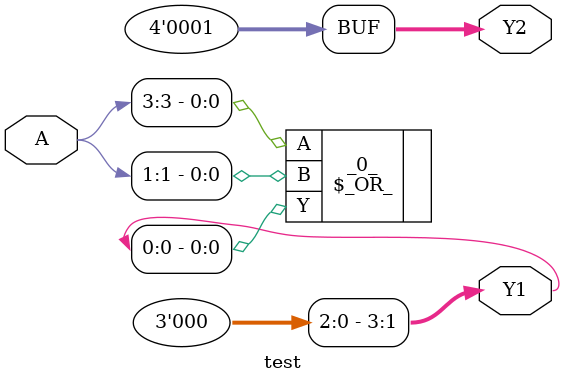
<source format=v>
/* Generated by Yosys 0.62+39 (git sha1 131911291-dirty, g++ 11.4.0-1ubuntu1~22.04.2 -Og -fPIC) */

(* src = "dut.sv:1.1-4.10" *)
(* top =  1  *)
module test(A, Y1, Y2);
  (* src = "dut.sv:1.25-1.26" *)
  input [3:0] A;
  wire [3:0] A;
  (* src = "dut.sv:1.41-1.43" *)
  output [3:0] Y1;
  wire [3:0] Y1;
  (* src = "dut.sv:1.45-1.47" *)
  output [3:0] Y2;
  wire [3:0] Y2;
  \$_OR_  _0_ (
    .A(A[3]),
    .B(A[1]),
    .Y(Y1[0])
  );
  assign Y2 = 4'h1;
  assign Y1[3:1] = 3'h0;
endmodule

</source>
